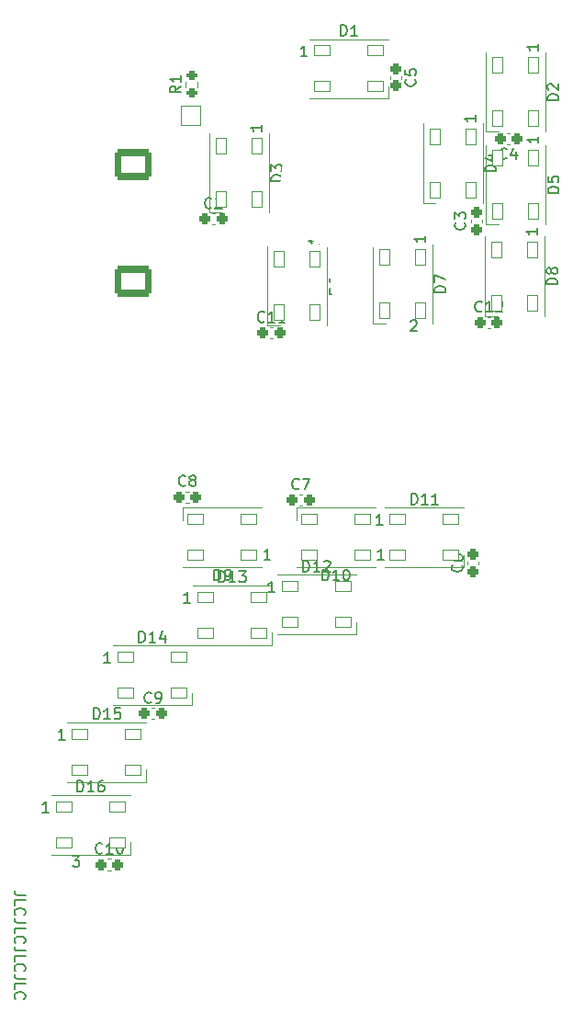
<source format=gbr>
%TF.GenerationSoftware,KiCad,Pcbnew,(6.0.9)*%
%TF.CreationDate,2023-04-01T15:16:26-08:00*%
%TF.ProjectId,OBOGS PANEL,4f424f47-5320-4504-914e-454c2e6b6963,3*%
%TF.SameCoordinates,Original*%
%TF.FileFunction,Legend,Top*%
%TF.FilePolarity,Positive*%
%FSLAX46Y46*%
G04 Gerber Fmt 4.6, Leading zero omitted, Abs format (unit mm)*
G04 Created by KiCad (PCBNEW (6.0.9)) date 2023-04-01 15:16:26*
%MOMM*%
%LPD*%
G01*
G04 APERTURE LIST*
G04 Aperture macros list*
%AMRoundRect*
0 Rectangle with rounded corners*
0 $1 Rounding radius*
0 $2 $3 $4 $5 $6 $7 $8 $9 X,Y pos of 4 corners*
0 Add a 4 corners polygon primitive as box body*
4,1,4,$2,$3,$4,$5,$6,$7,$8,$9,$2,$3,0*
0 Add four circle primitives for the rounded corners*
1,1,$1+$1,$2,$3*
1,1,$1+$1,$4,$5*
1,1,$1+$1,$6,$7*
1,1,$1+$1,$8,$9*
0 Add four rect primitives between the rounded corners*
20,1,$1+$1,$2,$3,$4,$5,0*
20,1,$1+$1,$4,$5,$6,$7,0*
20,1,$1+$1,$6,$7,$8,$9,0*
20,1,$1+$1,$8,$9,$2,$3,0*%
G04 Aperture macros list end*
%ADD10C,0.150000*%
%ADD11C,0.120000*%
%ADD12C,12.800000*%
%ADD13C,3.672000*%
%ADD14C,4.600000*%
%ADD15RoundRect,0.275000X-0.225000X-0.250000X0.225000X-0.250000X0.225000X0.250000X-0.225000X0.250000X0*%
%ADD16RoundRect,0.275000X0.250000X-0.225000X0.250000X0.225000X-0.250000X0.225000X-0.250000X-0.225000X0*%
%ADD17RoundRect,0.275000X0.225000X0.250000X-0.225000X0.250000X-0.225000X-0.250000X0.225000X-0.250000X0*%
%ADD18RoundRect,0.275000X-0.250000X0.225000X-0.250000X-0.225000X0.250000X-0.225000X0.250000X0.225000X0*%
%ADD19RoundRect,0.050000X-0.750000X-0.450000X0.750000X-0.450000X0.750000X0.450000X-0.750000X0.450000X0*%
%ADD20RoundRect,0.050000X-0.450000X0.750000X-0.450000X-0.750000X0.450000X-0.750000X0.450000X0.750000X0*%
%ADD21RoundRect,0.050000X0.750000X0.450000X-0.750000X0.450000X-0.750000X-0.450000X0.750000X-0.450000X0*%
%ADD22RoundRect,0.250000X0.275000X-0.200000X0.275000X0.200000X-0.275000X0.200000X-0.275000X-0.200000X0*%
%ADD23RoundRect,0.050000X-0.900000X-0.900000X0.900000X-0.900000X0.900000X0.900000X-0.900000X0.900000X0*%
%ADD24C,1.900000*%
%ADD25RoundRect,0.300001X1.399999X-1.099999X1.399999X1.099999X-1.399999X1.099999X-1.399999X-1.099999X0*%
%ADD26O,3.400000X2.800000*%
G04 APERTURE END LIST*
D10*
X160313619Y-120983952D02*
X159599333Y-120983952D01*
X159456476Y-120936333D01*
X159361238Y-120841095D01*
X159313619Y-120698238D01*
X159313619Y-120603000D01*
X159313619Y-121936333D02*
X159313619Y-121460142D01*
X160313619Y-121460142D01*
X159408857Y-122841095D02*
X159361238Y-122793476D01*
X159313619Y-122650619D01*
X159313619Y-122555380D01*
X159361238Y-122412523D01*
X159456476Y-122317285D01*
X159551714Y-122269666D01*
X159742190Y-122222047D01*
X159885047Y-122222047D01*
X160075523Y-122269666D01*
X160170761Y-122317285D01*
X160266000Y-122412523D01*
X160313619Y-122555380D01*
X160313619Y-122650619D01*
X160266000Y-122793476D01*
X160218380Y-122841095D01*
X160313619Y-123555380D02*
X159599333Y-123555380D01*
X159456476Y-123507761D01*
X159361238Y-123412523D01*
X159313619Y-123269666D01*
X159313619Y-123174428D01*
X159313619Y-124507761D02*
X159313619Y-124031571D01*
X160313619Y-124031571D01*
X159408857Y-125412523D02*
X159361238Y-125364904D01*
X159313619Y-125222047D01*
X159313619Y-125126809D01*
X159361238Y-124983952D01*
X159456476Y-124888714D01*
X159551714Y-124841095D01*
X159742190Y-124793476D01*
X159885047Y-124793476D01*
X160075523Y-124841095D01*
X160170761Y-124888714D01*
X160266000Y-124983952D01*
X160313619Y-125126809D01*
X160313619Y-125222047D01*
X160266000Y-125364904D01*
X160218380Y-125412523D01*
X160313619Y-126126809D02*
X159599333Y-126126809D01*
X159456476Y-126079190D01*
X159361238Y-125983952D01*
X159313619Y-125841095D01*
X159313619Y-125745857D01*
X159313619Y-127079190D02*
X159313619Y-126603000D01*
X160313619Y-126603000D01*
X159408857Y-127983952D02*
X159361238Y-127936333D01*
X159313619Y-127793476D01*
X159313619Y-127698238D01*
X159361238Y-127555380D01*
X159456476Y-127460142D01*
X159551714Y-127412523D01*
X159742190Y-127364904D01*
X159885047Y-127364904D01*
X160075523Y-127412523D01*
X160170761Y-127460142D01*
X160266000Y-127555380D01*
X160313619Y-127698238D01*
X160313619Y-127793476D01*
X160266000Y-127936333D01*
X160218380Y-127983952D01*
X160313619Y-128698238D02*
X159599333Y-128698238D01*
X159456476Y-128650619D01*
X159361238Y-128555380D01*
X159313619Y-128412523D01*
X159313619Y-128317285D01*
X159313619Y-129650619D02*
X159313619Y-129174428D01*
X160313619Y-129174428D01*
X159408857Y-130555380D02*
X159361238Y-130507761D01*
X159313619Y-130364904D01*
X159313619Y-130269666D01*
X159361238Y-130126809D01*
X159456476Y-130031571D01*
X159551714Y-129983952D01*
X159742190Y-129936333D01*
X159885047Y-129936333D01*
X160075523Y-129983952D01*
X160170761Y-130031571D01*
X160266000Y-130126809D01*
X160313619Y-130269666D01*
X160313619Y-130364904D01*
X160266000Y-130507761D01*
X160218380Y-130555380D01*
%TO.C,2*%
X195835442Y-68155686D02*
X195883061Y-68108067D01*
X195978299Y-68060447D01*
X196216395Y-68060447D01*
X196311633Y-68108067D01*
X196359252Y-68155686D01*
X196406871Y-68250924D01*
X196406871Y-68346162D01*
X196359252Y-68489019D01*
X195787823Y-69060447D01*
X196406871Y-69060447D01*
%TO.C,3*%
X164672823Y-117399947D02*
X165291871Y-117399947D01*
X164958537Y-117780900D01*
X165101395Y-117780900D01*
X165196633Y-117828519D01*
X165244252Y-117876138D01*
X165291871Y-117971376D01*
X165291871Y-118209471D01*
X165244252Y-118304709D01*
X165196633Y-118352328D01*
X165101395Y-118399947D01*
X164815680Y-118399947D01*
X164720442Y-118352328D01*
X164672823Y-118304709D01*
%TO.C,C2*%
X177493633Y-57674802D02*
X177446014Y-57722421D01*
X177303157Y-57770040D01*
X177207919Y-57770040D01*
X177065061Y-57722421D01*
X176969823Y-57627183D01*
X176922204Y-57531945D01*
X176874585Y-57341469D01*
X176874585Y-57198612D01*
X176922204Y-57008136D01*
X176969823Y-56912898D01*
X177065061Y-56817660D01*
X177207919Y-56770040D01*
X177303157Y-56770040D01*
X177446014Y-56817660D01*
X177493633Y-56865279D01*
X177874585Y-56865279D02*
X177922204Y-56817660D01*
X178017442Y-56770040D01*
X178255538Y-56770040D01*
X178350776Y-56817660D01*
X178398395Y-56865279D01*
X178446014Y-56960517D01*
X178446014Y-57055755D01*
X178398395Y-57198612D01*
X177826966Y-57770040D01*
X178446014Y-57770040D01*
%TO.C,C3*%
X200808882Y-59076586D02*
X200856501Y-59124205D01*
X200904120Y-59267062D01*
X200904120Y-59362300D01*
X200856501Y-59505158D01*
X200761263Y-59600396D01*
X200666025Y-59648015D01*
X200475549Y-59695634D01*
X200332692Y-59695634D01*
X200142216Y-59648015D01*
X200046978Y-59600396D01*
X199951740Y-59505158D01*
X199904120Y-59362300D01*
X199904120Y-59267062D01*
X199951740Y-59124205D01*
X199999359Y-59076586D01*
X199904120Y-58743253D02*
X199904120Y-58124205D01*
X200285073Y-58457539D01*
X200285073Y-58314681D01*
X200332692Y-58219443D01*
X200380311Y-58171824D01*
X200475549Y-58124205D01*
X200713644Y-58124205D01*
X200808882Y-58171824D01*
X200856501Y-58219443D01*
X200904120Y-58314681D01*
X200904120Y-58600396D01*
X200856501Y-58695634D01*
X200808882Y-58743253D01*
%TO.C,C4*%
X204694493Y-53102762D02*
X204646874Y-53150381D01*
X204504017Y-53198000D01*
X204408779Y-53198000D01*
X204265921Y-53150381D01*
X204170683Y-53055143D01*
X204123064Y-52959905D01*
X204075445Y-52769429D01*
X204075445Y-52626572D01*
X204123064Y-52436096D01*
X204170683Y-52340858D01*
X204265921Y-52245620D01*
X204408779Y-52198000D01*
X204504017Y-52198000D01*
X204646874Y-52245620D01*
X204694493Y-52293239D01*
X205551636Y-52531334D02*
X205551636Y-53198000D01*
X205313540Y-52150381D02*
X205075445Y-52864667D01*
X205694493Y-52864667D01*
%TO.C,C5*%
X196234302Y-45861566D02*
X196281921Y-45909185D01*
X196329540Y-46052042D01*
X196329540Y-46147280D01*
X196281921Y-46290138D01*
X196186683Y-46385376D01*
X196091445Y-46432995D01*
X195900969Y-46480614D01*
X195758112Y-46480614D01*
X195567636Y-46432995D01*
X195472398Y-46385376D01*
X195377160Y-46290138D01*
X195329540Y-46147280D01*
X195329540Y-46052042D01*
X195377160Y-45909185D01*
X195424779Y-45861566D01*
X195329540Y-44956804D02*
X195329540Y-45432995D01*
X195805731Y-45480614D01*
X195758112Y-45432995D01*
X195710493Y-45337757D01*
X195710493Y-45099661D01*
X195758112Y-45004423D01*
X195805731Y-44956804D01*
X195900969Y-44909185D01*
X196139064Y-44909185D01*
X196234302Y-44956804D01*
X196281921Y-45004423D01*
X196329540Y-45099661D01*
X196329540Y-45337757D01*
X196281921Y-45432995D01*
X196234302Y-45480614D01*
%TO.C,C6*%
X200529482Y-90593506D02*
X200577101Y-90641125D01*
X200624720Y-90783982D01*
X200624720Y-90879220D01*
X200577101Y-91022078D01*
X200481863Y-91117316D01*
X200386625Y-91164935D01*
X200196149Y-91212554D01*
X200053292Y-91212554D01*
X199862816Y-91164935D01*
X199767578Y-91117316D01*
X199672340Y-91022078D01*
X199624720Y-90879220D01*
X199624720Y-90783982D01*
X199672340Y-90641125D01*
X199719959Y-90593506D01*
X199624720Y-89736363D02*
X199624720Y-89926840D01*
X199672340Y-90022078D01*
X199719959Y-90069697D01*
X199862816Y-90164935D01*
X200053292Y-90212554D01*
X200434244Y-90212554D01*
X200529482Y-90164935D01*
X200577101Y-90117316D01*
X200624720Y-90022078D01*
X200624720Y-89831601D01*
X200577101Y-89736363D01*
X200529482Y-89688744D01*
X200434244Y-89641125D01*
X200196149Y-89641125D01*
X200100911Y-89688744D01*
X200053292Y-89736363D01*
X200005673Y-89831601D01*
X200005673Y-90022078D01*
X200053292Y-90117316D01*
X200100911Y-90164935D01*
X200196149Y-90212554D01*
%TO.C,C7*%
X185553053Y-83534542D02*
X185505434Y-83582161D01*
X185362577Y-83629780D01*
X185267339Y-83629780D01*
X185124481Y-83582161D01*
X185029243Y-83486923D01*
X184981624Y-83391685D01*
X184934005Y-83201209D01*
X184934005Y-83058352D01*
X184981624Y-82867876D01*
X185029243Y-82772638D01*
X185124481Y-82677400D01*
X185267339Y-82629780D01*
X185362577Y-82629780D01*
X185505434Y-82677400D01*
X185553053Y-82725019D01*
X185886386Y-82629780D02*
X186553053Y-82629780D01*
X186124481Y-83629780D01*
%TO.C,C8*%
X175072713Y-83250062D02*
X175025094Y-83297681D01*
X174882237Y-83345300D01*
X174786999Y-83345300D01*
X174644141Y-83297681D01*
X174548903Y-83202443D01*
X174501284Y-83107205D01*
X174453665Y-82916729D01*
X174453665Y-82773872D01*
X174501284Y-82583396D01*
X174548903Y-82488158D01*
X174644141Y-82392920D01*
X174786999Y-82345300D01*
X174882237Y-82345300D01*
X175025094Y-82392920D01*
X175072713Y-82440539D01*
X175644141Y-82773872D02*
X175548903Y-82726253D01*
X175501284Y-82678634D01*
X175453665Y-82583396D01*
X175453665Y-82535777D01*
X175501284Y-82440539D01*
X175548903Y-82392920D01*
X175644141Y-82345300D01*
X175834618Y-82345300D01*
X175929856Y-82392920D01*
X175977475Y-82440539D01*
X176025094Y-82535777D01*
X176025094Y-82583396D01*
X175977475Y-82678634D01*
X175929856Y-82726253D01*
X175834618Y-82773872D01*
X175644141Y-82773872D01*
X175548903Y-82821491D01*
X175501284Y-82869110D01*
X175453665Y-82964348D01*
X175453665Y-83154824D01*
X175501284Y-83250062D01*
X175548903Y-83297681D01*
X175644141Y-83345300D01*
X175834618Y-83345300D01*
X175929856Y-83297681D01*
X175977475Y-83250062D01*
X176025094Y-83154824D01*
X176025094Y-82964348D01*
X175977475Y-82869110D01*
X175929856Y-82821491D01*
X175834618Y-82773872D01*
%TO.C,C9*%
X171923113Y-103219542D02*
X171875494Y-103267161D01*
X171732637Y-103314780D01*
X171637399Y-103314780D01*
X171494541Y-103267161D01*
X171399303Y-103171923D01*
X171351684Y-103076685D01*
X171304065Y-102886209D01*
X171304065Y-102743352D01*
X171351684Y-102552876D01*
X171399303Y-102457638D01*
X171494541Y-102362400D01*
X171637399Y-102314780D01*
X171732637Y-102314780D01*
X171875494Y-102362400D01*
X171923113Y-102410019D01*
X172399303Y-103314780D02*
X172589780Y-103314780D01*
X172685018Y-103267161D01*
X172732637Y-103219542D01*
X172827875Y-103076685D01*
X172875494Y-102886209D01*
X172875494Y-102505257D01*
X172827875Y-102410019D01*
X172780256Y-102362400D01*
X172685018Y-102314780D01*
X172494541Y-102314780D01*
X172399303Y-102362400D01*
X172351684Y-102410019D01*
X172304065Y-102505257D01*
X172304065Y-102743352D01*
X172351684Y-102838590D01*
X172399303Y-102886209D01*
X172494541Y-102933828D01*
X172685018Y-102933828D01*
X172780256Y-102886209D01*
X172827875Y-102838590D01*
X172875494Y-102743352D01*
%TO.C,C10*%
X167400702Y-117115882D02*
X167353083Y-117163501D01*
X167210226Y-117211120D01*
X167114988Y-117211120D01*
X166972131Y-117163501D01*
X166876893Y-117068263D01*
X166829274Y-116973025D01*
X166781655Y-116782549D01*
X166781655Y-116639692D01*
X166829274Y-116449216D01*
X166876893Y-116353978D01*
X166972131Y-116258740D01*
X167114988Y-116211120D01*
X167210226Y-116211120D01*
X167353083Y-116258740D01*
X167400702Y-116306359D01*
X168353083Y-117211120D02*
X167781655Y-117211120D01*
X168067369Y-117211120D02*
X168067369Y-116211120D01*
X167972131Y-116353978D01*
X167876893Y-116449216D01*
X167781655Y-116496835D01*
X168972131Y-116211120D02*
X169067369Y-116211120D01*
X169162607Y-116258740D01*
X169210226Y-116306359D01*
X169257845Y-116401597D01*
X169305464Y-116592073D01*
X169305464Y-116830168D01*
X169257845Y-117020644D01*
X169210226Y-117115882D01*
X169162607Y-117163501D01*
X169067369Y-117211120D01*
X168972131Y-117211120D01*
X168876893Y-117163501D01*
X168829274Y-117115882D01*
X168781655Y-117020644D01*
X168734036Y-116830168D01*
X168734036Y-116592073D01*
X168781655Y-116401597D01*
X168829274Y-116306359D01*
X168876893Y-116258740D01*
X168972131Y-116211120D01*
%TO.C,D1*%
X189405904Y-41859580D02*
X189405904Y-40859580D01*
X189644000Y-40859580D01*
X189786857Y-40907200D01*
X189882095Y-41002438D01*
X189929714Y-41097676D01*
X189977333Y-41288152D01*
X189977333Y-41431009D01*
X189929714Y-41621485D01*
X189882095Y-41716723D01*
X189786857Y-41811961D01*
X189644000Y-41859580D01*
X189405904Y-41859580D01*
X190929714Y-41859580D02*
X190358285Y-41859580D01*
X190644000Y-41859580D02*
X190644000Y-40859580D01*
X190548761Y-41002438D01*
X190453523Y-41097676D01*
X190358285Y-41145295D01*
X186279714Y-43759580D02*
X185708285Y-43759580D01*
X185994000Y-43759580D02*
X185994000Y-42759580D01*
X185898761Y-42902438D01*
X185803523Y-42997676D01*
X185708285Y-43045295D01*
%TO.C,D2*%
X209464380Y-47790495D02*
X208464380Y-47790495D01*
X208464380Y-47552400D01*
X208512000Y-47409542D01*
X208607238Y-47314304D01*
X208702476Y-47266685D01*
X208892952Y-47219066D01*
X209035809Y-47219066D01*
X209226285Y-47266685D01*
X209321523Y-47314304D01*
X209416761Y-47409542D01*
X209464380Y-47552400D01*
X209464380Y-47790495D01*
X208559619Y-46838114D02*
X208512000Y-46790495D01*
X208464380Y-46695257D01*
X208464380Y-46457161D01*
X208512000Y-46361923D01*
X208559619Y-46314304D01*
X208654857Y-46266685D01*
X208750095Y-46266685D01*
X208892952Y-46314304D01*
X209464380Y-46885733D01*
X209464380Y-46266685D01*
X207564380Y-42616685D02*
X207564380Y-43188114D01*
X207564380Y-42902400D02*
X206564380Y-42902400D01*
X206707238Y-42997638D01*
X206802476Y-43092876D01*
X206850095Y-43188114D01*
%TO.C,D3*%
X183987380Y-55246495D02*
X182987380Y-55246495D01*
X182987380Y-55008400D01*
X183035000Y-54865542D01*
X183130238Y-54770304D01*
X183225476Y-54722685D01*
X183415952Y-54675066D01*
X183558809Y-54675066D01*
X183749285Y-54722685D01*
X183844523Y-54770304D01*
X183939761Y-54865542D01*
X183987380Y-55008400D01*
X183987380Y-55246495D01*
X182987380Y-54341733D02*
X182987380Y-53722685D01*
X183368333Y-54056019D01*
X183368333Y-53913161D01*
X183415952Y-53817923D01*
X183463571Y-53770304D01*
X183558809Y-53722685D01*
X183796904Y-53722685D01*
X183892142Y-53770304D01*
X183939761Y-53817923D01*
X183987380Y-53913161D01*
X183987380Y-54198876D01*
X183939761Y-54294114D01*
X183892142Y-54341733D01*
X182087380Y-50072685D02*
X182087380Y-50644114D01*
X182087380Y-50358400D02*
X181087380Y-50358400D01*
X181230238Y-50453638D01*
X181325476Y-50548876D01*
X181373095Y-50644114D01*
%TO.C,D4*%
X203698380Y-54332095D02*
X202698380Y-54332095D01*
X202698380Y-54094000D01*
X202746000Y-53951142D01*
X202841238Y-53855904D01*
X202936476Y-53808285D01*
X203126952Y-53760666D01*
X203269809Y-53760666D01*
X203460285Y-53808285D01*
X203555523Y-53855904D01*
X203650761Y-53951142D01*
X203698380Y-54094000D01*
X203698380Y-54332095D01*
X203031714Y-52903523D02*
X203698380Y-52903523D01*
X202650761Y-53141619D02*
X203365047Y-53379714D01*
X203365047Y-52760666D01*
X201798380Y-49158285D02*
X201798380Y-49729714D01*
X201798380Y-49444000D02*
X200798380Y-49444000D01*
X200941238Y-49539238D01*
X201036476Y-49634476D01*
X201084095Y-49729714D01*
%TO.C,D5*%
X209489380Y-56313295D02*
X208489380Y-56313295D01*
X208489380Y-56075200D01*
X208537000Y-55932342D01*
X208632238Y-55837104D01*
X208727476Y-55789485D01*
X208917952Y-55741866D01*
X209060809Y-55741866D01*
X209251285Y-55789485D01*
X209346523Y-55837104D01*
X209441761Y-55932342D01*
X209489380Y-56075200D01*
X209489380Y-56313295D01*
X208489380Y-54837104D02*
X208489380Y-55313295D01*
X208965571Y-55360914D01*
X208917952Y-55313295D01*
X208870333Y-55218057D01*
X208870333Y-54979961D01*
X208917952Y-54884723D01*
X208965571Y-54837104D01*
X209060809Y-54789485D01*
X209298904Y-54789485D01*
X209394142Y-54837104D01*
X209441761Y-54884723D01*
X209489380Y-54979961D01*
X209489380Y-55218057D01*
X209441761Y-55313295D01*
X209394142Y-55360914D01*
X207589380Y-51139485D02*
X207589380Y-51710914D01*
X207589380Y-51425200D02*
X206589380Y-51425200D01*
X206732238Y-51520438D01*
X206827476Y-51615676D01*
X206875095Y-51710914D01*
%TO.C,D6*%
X189347380Y-65621295D02*
X188347380Y-65621295D01*
X188347380Y-65383200D01*
X188395000Y-65240342D01*
X188490238Y-65145104D01*
X188585476Y-65097485D01*
X188775952Y-65049866D01*
X188918809Y-65049866D01*
X189109285Y-65097485D01*
X189204523Y-65145104D01*
X189299761Y-65240342D01*
X189347380Y-65383200D01*
X189347380Y-65621295D01*
X188347380Y-64192723D02*
X188347380Y-64383200D01*
X188395000Y-64478438D01*
X188442619Y-64526057D01*
X188585476Y-64621295D01*
X188775952Y-64668914D01*
X189156904Y-64668914D01*
X189252142Y-64621295D01*
X189299761Y-64573676D01*
X189347380Y-64478438D01*
X189347380Y-64287961D01*
X189299761Y-64192723D01*
X189252142Y-64145104D01*
X189156904Y-64097485D01*
X188918809Y-64097485D01*
X188823571Y-64145104D01*
X188775952Y-64192723D01*
X188728333Y-64287961D01*
X188728333Y-64478438D01*
X188775952Y-64573676D01*
X188823571Y-64621295D01*
X188918809Y-64668914D01*
X187447380Y-60447485D02*
X187447380Y-61018914D01*
X187447380Y-60733200D02*
X186447380Y-60733200D01*
X186590238Y-60828438D01*
X186685476Y-60923676D01*
X186733095Y-61018914D01*
%TO.C,D7*%
X199050380Y-65468895D02*
X198050380Y-65468895D01*
X198050380Y-65230800D01*
X198098000Y-65087942D01*
X198193238Y-64992704D01*
X198288476Y-64945085D01*
X198478952Y-64897466D01*
X198621809Y-64897466D01*
X198812285Y-64945085D01*
X198907523Y-64992704D01*
X199002761Y-65087942D01*
X199050380Y-65230800D01*
X199050380Y-65468895D01*
X198050380Y-64564133D02*
X198050380Y-63897466D01*
X199050380Y-64326038D01*
X197150380Y-60295085D02*
X197150380Y-60866514D01*
X197150380Y-60580800D02*
X196150380Y-60580800D01*
X196293238Y-60676038D01*
X196388476Y-60771276D01*
X196436095Y-60866514D01*
%TO.C,D8*%
X209387380Y-64746095D02*
X208387380Y-64746095D01*
X208387380Y-64508000D01*
X208435000Y-64365142D01*
X208530238Y-64269904D01*
X208625476Y-64222285D01*
X208815952Y-64174666D01*
X208958809Y-64174666D01*
X209149285Y-64222285D01*
X209244523Y-64269904D01*
X209339761Y-64365142D01*
X209387380Y-64508000D01*
X209387380Y-64746095D01*
X208815952Y-63603238D02*
X208768333Y-63698476D01*
X208720714Y-63746095D01*
X208625476Y-63793714D01*
X208577857Y-63793714D01*
X208482619Y-63746095D01*
X208435000Y-63698476D01*
X208387380Y-63603238D01*
X208387380Y-63412761D01*
X208435000Y-63317523D01*
X208482619Y-63269904D01*
X208577857Y-63222285D01*
X208625476Y-63222285D01*
X208720714Y-63269904D01*
X208768333Y-63317523D01*
X208815952Y-63412761D01*
X208815952Y-63603238D01*
X208863571Y-63698476D01*
X208911190Y-63746095D01*
X209006428Y-63793714D01*
X209196904Y-63793714D01*
X209292142Y-63746095D01*
X209339761Y-63698476D01*
X209387380Y-63603238D01*
X209387380Y-63412761D01*
X209339761Y-63317523D01*
X209292142Y-63269904D01*
X209196904Y-63222285D01*
X209006428Y-63222285D01*
X208911190Y-63269904D01*
X208863571Y-63317523D01*
X208815952Y-63412761D01*
X207487380Y-59572285D02*
X207487380Y-60143714D01*
X207487380Y-59858000D02*
X206487380Y-59858000D01*
X206630238Y-59953238D01*
X206725476Y-60048476D01*
X206773095Y-60143714D01*
%TO.C,D9*%
X177733904Y-92013980D02*
X177733904Y-91013980D01*
X177972000Y-91013980D01*
X178114857Y-91061600D01*
X178210095Y-91156838D01*
X178257714Y-91252076D01*
X178305333Y-91442552D01*
X178305333Y-91585409D01*
X178257714Y-91775885D01*
X178210095Y-91871123D01*
X178114857Y-91966361D01*
X177972000Y-92013980D01*
X177733904Y-92013980D01*
X178781523Y-92013980D02*
X178972000Y-92013980D01*
X179067238Y-91966361D01*
X179114857Y-91918742D01*
X179210095Y-91775885D01*
X179257714Y-91585409D01*
X179257714Y-91204457D01*
X179210095Y-91109219D01*
X179162476Y-91061600D01*
X179067238Y-91013980D01*
X178876761Y-91013980D01*
X178781523Y-91061600D01*
X178733904Y-91109219D01*
X178686285Y-91204457D01*
X178686285Y-91442552D01*
X178733904Y-91537790D01*
X178781523Y-91585409D01*
X178876761Y-91633028D01*
X179067238Y-91633028D01*
X179162476Y-91585409D01*
X179210095Y-91537790D01*
X179257714Y-91442552D01*
X182907714Y-90113980D02*
X182336285Y-90113980D01*
X182622000Y-90113980D02*
X182622000Y-89113980D01*
X182526761Y-89256838D01*
X182431523Y-89352076D01*
X182336285Y-89399695D01*
%TO.C,D10*%
X187722714Y-92013980D02*
X187722714Y-91013980D01*
X187960809Y-91013980D01*
X188103666Y-91061600D01*
X188198904Y-91156838D01*
X188246523Y-91252076D01*
X188294142Y-91442552D01*
X188294142Y-91585409D01*
X188246523Y-91775885D01*
X188198904Y-91871123D01*
X188103666Y-91966361D01*
X187960809Y-92013980D01*
X187722714Y-92013980D01*
X189246523Y-92013980D02*
X188675095Y-92013980D01*
X188960809Y-92013980D02*
X188960809Y-91013980D01*
X188865571Y-91156838D01*
X188770333Y-91252076D01*
X188675095Y-91299695D01*
X189865571Y-91013980D02*
X189960809Y-91013980D01*
X190056047Y-91061600D01*
X190103666Y-91109219D01*
X190151285Y-91204457D01*
X190198904Y-91394933D01*
X190198904Y-91633028D01*
X190151285Y-91823504D01*
X190103666Y-91918742D01*
X190056047Y-91966361D01*
X189960809Y-92013980D01*
X189865571Y-92013980D01*
X189770333Y-91966361D01*
X189722714Y-91918742D01*
X189675095Y-91823504D01*
X189627476Y-91633028D01*
X189627476Y-91394933D01*
X189675095Y-91204457D01*
X189722714Y-91109219D01*
X189770333Y-91061600D01*
X189865571Y-91013980D01*
X193372714Y-90113980D02*
X192801285Y-90113980D01*
X193087000Y-90113980D02*
X193087000Y-89113980D01*
X192991761Y-89256838D01*
X192896523Y-89352076D01*
X192801285Y-89399695D01*
%TO.C,D11*%
X195901714Y-85013980D02*
X195901714Y-84013980D01*
X196139809Y-84013980D01*
X196282666Y-84061600D01*
X196377904Y-84156838D01*
X196425523Y-84252076D01*
X196473142Y-84442552D01*
X196473142Y-84585409D01*
X196425523Y-84775885D01*
X196377904Y-84871123D01*
X196282666Y-84966361D01*
X196139809Y-85013980D01*
X195901714Y-85013980D01*
X197425523Y-85013980D02*
X196854095Y-85013980D01*
X197139809Y-85013980D02*
X197139809Y-84013980D01*
X197044571Y-84156838D01*
X196949333Y-84252076D01*
X196854095Y-84299695D01*
X198377904Y-85013980D02*
X197806476Y-85013980D01*
X198092190Y-85013980D02*
X198092190Y-84013980D01*
X197996952Y-84156838D01*
X197901714Y-84252076D01*
X197806476Y-84299695D01*
X193251714Y-86913980D02*
X192680285Y-86913980D01*
X192966000Y-86913980D02*
X192966000Y-85913980D01*
X192870761Y-86056838D01*
X192775523Y-86152076D01*
X192680285Y-86199695D01*
%TO.C,D13*%
X178171714Y-92176780D02*
X178171714Y-91176780D01*
X178409809Y-91176780D01*
X178552666Y-91224400D01*
X178647904Y-91319638D01*
X178695523Y-91414876D01*
X178743142Y-91605352D01*
X178743142Y-91748209D01*
X178695523Y-91938685D01*
X178647904Y-92033923D01*
X178552666Y-92129161D01*
X178409809Y-92176780D01*
X178171714Y-92176780D01*
X179695523Y-92176780D02*
X179124095Y-92176780D01*
X179409809Y-92176780D02*
X179409809Y-91176780D01*
X179314571Y-91319638D01*
X179219333Y-91414876D01*
X179124095Y-91462495D01*
X180028857Y-91176780D02*
X180647904Y-91176780D01*
X180314571Y-91557733D01*
X180457428Y-91557733D01*
X180552666Y-91605352D01*
X180600285Y-91652971D01*
X180647904Y-91748209D01*
X180647904Y-91986304D01*
X180600285Y-92081542D01*
X180552666Y-92129161D01*
X180457428Y-92176780D01*
X180171714Y-92176780D01*
X180076476Y-92129161D01*
X180028857Y-92081542D01*
X175521714Y-94076780D02*
X174950285Y-94076780D01*
X175236000Y-94076780D02*
X175236000Y-93076780D01*
X175140761Y-93219638D01*
X175045523Y-93314876D01*
X174950285Y-93362495D01*
%TO.C,D14*%
X170805714Y-97714380D02*
X170805714Y-96714380D01*
X171043809Y-96714380D01*
X171186666Y-96762000D01*
X171281904Y-96857238D01*
X171329523Y-96952476D01*
X171377142Y-97142952D01*
X171377142Y-97285809D01*
X171329523Y-97476285D01*
X171281904Y-97571523D01*
X171186666Y-97666761D01*
X171043809Y-97714380D01*
X170805714Y-97714380D01*
X172329523Y-97714380D02*
X171758095Y-97714380D01*
X172043809Y-97714380D02*
X172043809Y-96714380D01*
X171948571Y-96857238D01*
X171853333Y-96952476D01*
X171758095Y-97000095D01*
X173186666Y-97047714D02*
X173186666Y-97714380D01*
X172948571Y-96666761D02*
X172710476Y-97381047D01*
X173329523Y-97381047D01*
X168155714Y-99614380D02*
X167584285Y-99614380D01*
X167870000Y-99614380D02*
X167870000Y-98614380D01*
X167774761Y-98757238D01*
X167679523Y-98852476D01*
X167584285Y-98900095D01*
%TO.C,D15*%
X166617714Y-104775380D02*
X166617714Y-103775380D01*
X166855809Y-103775380D01*
X166998666Y-103823000D01*
X167093904Y-103918238D01*
X167141523Y-104013476D01*
X167189142Y-104203952D01*
X167189142Y-104346809D01*
X167141523Y-104537285D01*
X167093904Y-104632523D01*
X166998666Y-104727761D01*
X166855809Y-104775380D01*
X166617714Y-104775380D01*
X168141523Y-104775380D02*
X167570095Y-104775380D01*
X167855809Y-104775380D02*
X167855809Y-103775380D01*
X167760571Y-103918238D01*
X167665333Y-104013476D01*
X167570095Y-104061095D01*
X169046285Y-103775380D02*
X168570095Y-103775380D01*
X168522476Y-104251571D01*
X168570095Y-104203952D01*
X168665333Y-104156333D01*
X168903428Y-104156333D01*
X168998666Y-104203952D01*
X169046285Y-104251571D01*
X169093904Y-104346809D01*
X169093904Y-104584904D01*
X169046285Y-104680142D01*
X168998666Y-104727761D01*
X168903428Y-104775380D01*
X168665333Y-104775380D01*
X168570095Y-104727761D01*
X168522476Y-104680142D01*
X163967714Y-106675380D02*
X163396285Y-106675380D01*
X163682000Y-106675380D02*
X163682000Y-105675380D01*
X163586761Y-105818238D01*
X163491523Y-105913476D01*
X163396285Y-105961095D01*
%TO.C,D16*%
X165116714Y-111480380D02*
X165116714Y-110480380D01*
X165354809Y-110480380D01*
X165497666Y-110528000D01*
X165592904Y-110623238D01*
X165640523Y-110718476D01*
X165688142Y-110908952D01*
X165688142Y-111051809D01*
X165640523Y-111242285D01*
X165592904Y-111337523D01*
X165497666Y-111432761D01*
X165354809Y-111480380D01*
X165116714Y-111480380D01*
X166640523Y-111480380D02*
X166069095Y-111480380D01*
X166354809Y-111480380D02*
X166354809Y-110480380D01*
X166259571Y-110623238D01*
X166164333Y-110718476D01*
X166069095Y-110766095D01*
X167497666Y-110480380D02*
X167307190Y-110480380D01*
X167211952Y-110528000D01*
X167164333Y-110575619D01*
X167069095Y-110718476D01*
X167021476Y-110908952D01*
X167021476Y-111289904D01*
X167069095Y-111385142D01*
X167116714Y-111432761D01*
X167211952Y-111480380D01*
X167402428Y-111480380D01*
X167497666Y-111432761D01*
X167545285Y-111385142D01*
X167592904Y-111289904D01*
X167592904Y-111051809D01*
X167545285Y-110956571D01*
X167497666Y-110908952D01*
X167402428Y-110861333D01*
X167211952Y-110861333D01*
X167116714Y-110908952D01*
X167069095Y-110956571D01*
X167021476Y-111051809D01*
X162466714Y-113380380D02*
X161895285Y-113380380D01*
X162181000Y-113380380D02*
X162181000Y-112380380D01*
X162085761Y-112523238D01*
X161990523Y-112618476D01*
X161895285Y-112666095D01*
%TO.C,D12*%
X185944714Y-91211580D02*
X185944714Y-90211580D01*
X186182809Y-90211580D01*
X186325666Y-90259200D01*
X186420904Y-90354438D01*
X186468523Y-90449676D01*
X186516142Y-90640152D01*
X186516142Y-90783009D01*
X186468523Y-90973485D01*
X186420904Y-91068723D01*
X186325666Y-91163961D01*
X186182809Y-91211580D01*
X185944714Y-91211580D01*
X187468523Y-91211580D02*
X186897095Y-91211580D01*
X187182809Y-91211580D02*
X187182809Y-90211580D01*
X187087571Y-90354438D01*
X186992333Y-90449676D01*
X186897095Y-90497295D01*
X187849476Y-90306819D02*
X187897095Y-90259200D01*
X187992333Y-90211580D01*
X188230428Y-90211580D01*
X188325666Y-90259200D01*
X188373285Y-90306819D01*
X188420904Y-90402057D01*
X188420904Y-90497295D01*
X188373285Y-90640152D01*
X187801857Y-91211580D01*
X188420904Y-91211580D01*
X183294714Y-93111580D02*
X182723285Y-93111580D01*
X183009000Y-93111580D02*
X183009000Y-92111580D01*
X182913761Y-92254438D01*
X182818523Y-92349676D01*
X182723285Y-92397295D01*
%TO.C,C11*%
X182348802Y-68147222D02*
X182301183Y-68194841D01*
X182158326Y-68242460D01*
X182063088Y-68242460D01*
X181920231Y-68194841D01*
X181824993Y-68099603D01*
X181777374Y-68004365D01*
X181729755Y-67813889D01*
X181729755Y-67671032D01*
X181777374Y-67480556D01*
X181824993Y-67385318D01*
X181920231Y-67290080D01*
X182063088Y-67242460D01*
X182158326Y-67242460D01*
X182301183Y-67290080D01*
X182348802Y-67337699D01*
X183301183Y-68242460D02*
X182729755Y-68242460D01*
X183015469Y-68242460D02*
X183015469Y-67242460D01*
X182920231Y-67385318D01*
X182824993Y-67480556D01*
X182729755Y-67528175D01*
X184253564Y-68242460D02*
X183682136Y-68242460D01*
X183967850Y-68242460D02*
X183967850Y-67242460D01*
X183872612Y-67385318D01*
X183777374Y-67480556D01*
X183682136Y-67528175D01*
%TO.C,C12*%
X202404842Y-67194722D02*
X202357223Y-67242341D01*
X202214366Y-67289960D01*
X202119128Y-67289960D01*
X201976271Y-67242341D01*
X201881033Y-67147103D01*
X201833414Y-67051865D01*
X201785795Y-66861389D01*
X201785795Y-66718532D01*
X201833414Y-66528056D01*
X201881033Y-66432818D01*
X201976271Y-66337580D01*
X202119128Y-66289960D01*
X202214366Y-66289960D01*
X202357223Y-66337580D01*
X202404842Y-66385199D01*
X203357223Y-67289960D02*
X202785795Y-67289960D01*
X203071509Y-67289960D02*
X203071509Y-66289960D01*
X202976271Y-66432818D01*
X202881033Y-66528056D01*
X202785795Y-66575675D01*
X203738176Y-66385199D02*
X203785795Y-66337580D01*
X203881033Y-66289960D01*
X204119128Y-66289960D01*
X204214366Y-66337580D01*
X204261985Y-66385199D01*
X204309604Y-66480437D01*
X204309604Y-66575675D01*
X204261985Y-66718532D01*
X203690557Y-67289960D01*
X204309604Y-67289960D01*
%TO.C,R1*%
X174658300Y-46493226D02*
X174182110Y-46826560D01*
X174658300Y-47064655D02*
X173658300Y-47064655D01*
X173658300Y-46683702D01*
X173705920Y-46588464D01*
X173753539Y-46540845D01*
X173848777Y-46493226D01*
X173991634Y-46493226D01*
X174086872Y-46540845D01*
X174134491Y-46588464D01*
X174182110Y-46683702D01*
X174182110Y-47064655D01*
X174658300Y-45540845D02*
X174658300Y-46112274D01*
X174658300Y-45826560D02*
X173658300Y-45826560D01*
X173801158Y-45921798D01*
X173896396Y-46017036D01*
X173944015Y-46112274D01*
D11*
%TO.C,C2*%
X177519720Y-59257660D02*
X177800880Y-59257660D01*
X177519720Y-58237660D02*
X177800880Y-58237660D01*
%TO.C,C3*%
X202391740Y-59050500D02*
X202391740Y-58769340D01*
X201371740Y-59050500D02*
X201371740Y-58769340D01*
%TO.C,C4*%
X205001740Y-50805620D02*
X204720580Y-50805620D01*
X205001740Y-51825620D02*
X204720580Y-51825620D01*
%TO.C,C5*%
X193937160Y-45554320D02*
X193937160Y-45835480D01*
X194957160Y-45554320D02*
X194957160Y-45835480D01*
%TO.C,C6*%
X202112340Y-90567420D02*
X202112340Y-90286260D01*
X201092340Y-90567420D02*
X201092340Y-90286260D01*
%TO.C,C7*%
X185579140Y-85117400D02*
X185860300Y-85117400D01*
X185579140Y-84097400D02*
X185860300Y-84097400D01*
%TO.C,C8*%
X175098800Y-84832920D02*
X175379960Y-84832920D01*
X175098800Y-83812920D02*
X175379960Y-83812920D01*
%TO.C,C9*%
X171949200Y-104802400D02*
X172230360Y-104802400D01*
X171949200Y-103782400D02*
X172230360Y-103782400D01*
%TO.C,C10*%
X167902980Y-118698740D02*
X168184140Y-118698740D01*
X167902980Y-117678740D02*
X168184140Y-117678740D01*
%TO.C,D1*%
X186494000Y-42157200D02*
X193794000Y-42157200D01*
X186494000Y-47657200D02*
X193794000Y-47657200D01*
X193794000Y-47657200D02*
X193794000Y-46507200D01*
%TO.C,D2*%
X208262000Y-43402400D02*
X208262000Y-50702400D01*
X202762000Y-43402400D02*
X202762000Y-50702400D01*
X202762000Y-50702400D02*
X203912000Y-50702400D01*
%TO.C,D3*%
X182785000Y-50858400D02*
X182785000Y-58158400D01*
X177285000Y-50858400D02*
X177285000Y-58158400D01*
X177285000Y-58158400D02*
X178435000Y-58158400D01*
%TO.C,D4*%
X202496000Y-49944000D02*
X202496000Y-57244000D01*
X196996000Y-49944000D02*
X196996000Y-57244000D01*
X196996000Y-57244000D02*
X198146000Y-57244000D01*
%TO.C,D5*%
X208287000Y-51925200D02*
X208287000Y-59225200D01*
X202787000Y-51925200D02*
X202787000Y-59225200D01*
X202787000Y-59225200D02*
X203937000Y-59225200D01*
%TO.C,D6*%
X188145000Y-61233200D02*
X188145000Y-68533200D01*
X182645000Y-61233200D02*
X182645000Y-68533200D01*
X182645000Y-68533200D02*
X183795000Y-68533200D01*
%TO.C,D7*%
X197848000Y-61080800D02*
X197848000Y-68380800D01*
X192348000Y-61080800D02*
X192348000Y-68380800D01*
X192348000Y-68380800D02*
X193498000Y-68380800D01*
%TO.C,D8*%
X208185000Y-60358000D02*
X208185000Y-67658000D01*
X202685000Y-60358000D02*
X202685000Y-67658000D01*
X202685000Y-67658000D02*
X203835000Y-67658000D01*
%TO.C,D9*%
X182122000Y-90811600D02*
X174822000Y-90811600D01*
X182122000Y-85311600D02*
X174822000Y-85311600D01*
X174822000Y-85311600D02*
X174822000Y-86461600D01*
%TO.C,D10*%
X192587000Y-90811600D02*
X185287000Y-90811600D01*
X192587000Y-85311600D02*
X185287000Y-85311600D01*
X185287000Y-85311600D02*
X185287000Y-86461600D01*
%TO.C,D11*%
X193466000Y-85311600D02*
X200766000Y-85311600D01*
X193466000Y-90811600D02*
X200766000Y-90811600D01*
X200766000Y-90811600D02*
X200766000Y-89661600D01*
%TO.C,D13*%
X175736000Y-92474400D02*
X183036000Y-92474400D01*
X175736000Y-97974400D02*
X183036000Y-97974400D01*
X183036000Y-97974400D02*
X183036000Y-96824400D01*
%TO.C,D14*%
X168370000Y-98012000D02*
X175670000Y-98012000D01*
X168370000Y-103512000D02*
X175670000Y-103512000D01*
X175670000Y-103512000D02*
X175670000Y-102362000D01*
%TO.C,D15*%
X164182000Y-105073000D02*
X171482000Y-105073000D01*
X164182000Y-110573000D02*
X171482000Y-110573000D01*
X171482000Y-110573000D02*
X171482000Y-109423000D01*
%TO.C,D16*%
X162681000Y-111778000D02*
X169981000Y-111778000D01*
X162681000Y-117278000D02*
X169981000Y-117278000D01*
X169981000Y-117278000D02*
X169981000Y-116128000D01*
%TO.C,D12*%
X183509000Y-91509200D02*
X190809000Y-91509200D01*
X183509000Y-97009200D02*
X190809000Y-97009200D01*
X190809000Y-97009200D02*
X190809000Y-95859200D01*
%TO.C,C11*%
X182851080Y-69730080D02*
X183132240Y-69730080D01*
X182851080Y-68710080D02*
X183132240Y-68710080D01*
%TO.C,C12*%
X202907120Y-68777580D02*
X203188280Y-68777580D01*
X202907120Y-67757580D02*
X203188280Y-67757580D01*
%TO.C,R1*%
X176158420Y-46563818D02*
X176158420Y-46089302D01*
X175113420Y-46563818D02*
X175113420Y-46089302D01*
%TD*%
%LPC*%
D12*
%TO.C,1*%
X190279157Y-55312067D03*
D13*
X190279157Y-64837067D03*
D12*
X190279157Y-55312067D03*
%TD*%
D14*
%TO.C,2*%
X196121157Y-74108067D03*
%TD*%
%TO.C,3*%
X165006157Y-123447567D03*
%TD*%
D15*
%TO.C,C2*%
X176885300Y-58747660D03*
X178435300Y-58747660D03*
%TD*%
D16*
%TO.C,C3*%
X201881740Y-59684920D03*
X201881740Y-58134920D03*
%TD*%
D17*
%TO.C,C4*%
X205636160Y-51315620D03*
X204086160Y-51315620D03*
%TD*%
D18*
%TO.C,C5*%
X194447160Y-44919900D03*
X194447160Y-46469900D03*
%TD*%
D16*
%TO.C,C6*%
X201602340Y-91201840D03*
X201602340Y-89651840D03*
%TD*%
D15*
%TO.C,C7*%
X184944720Y-84607400D03*
X186494720Y-84607400D03*
%TD*%
%TO.C,C8*%
X174464380Y-84322920D03*
X176014380Y-84322920D03*
%TD*%
%TO.C,C9*%
X171314780Y-104292400D03*
X172864780Y-104292400D03*
%TD*%
%TO.C,C10*%
X167268560Y-118188740D03*
X168818560Y-118188740D03*
%TD*%
D19*
%TO.C,D1*%
X187694000Y-43257200D03*
X187694000Y-46557200D03*
X192594000Y-46557200D03*
X192594000Y-43257200D03*
%TD*%
D20*
%TO.C,D2*%
X207162000Y-44602400D03*
X203862000Y-44602400D03*
X203862000Y-49502400D03*
X207162000Y-49502400D03*
%TD*%
%TO.C,D3*%
X181685000Y-52058400D03*
X178385000Y-52058400D03*
X178385000Y-56958400D03*
X181685000Y-56958400D03*
%TD*%
%TO.C,D4*%
X201396000Y-51144000D03*
X198096000Y-51144000D03*
X198096000Y-56044000D03*
X201396000Y-56044000D03*
%TD*%
%TO.C,D5*%
X207187000Y-53125200D03*
X203887000Y-53125200D03*
X203887000Y-58025200D03*
X207187000Y-58025200D03*
%TD*%
%TO.C,D6*%
X187045000Y-62433200D03*
X183745000Y-62433200D03*
X183745000Y-67333200D03*
X187045000Y-67333200D03*
%TD*%
%TO.C,D7*%
X196748000Y-62280800D03*
X193448000Y-62280800D03*
X193448000Y-67180800D03*
X196748000Y-67180800D03*
%TD*%
%TO.C,D8*%
X207085000Y-61558000D03*
X203785000Y-61558000D03*
X203785000Y-66458000D03*
X207085000Y-66458000D03*
%TD*%
D21*
%TO.C,D9*%
X180922000Y-89711600D03*
X180922000Y-86411600D03*
X176022000Y-86411600D03*
X176022000Y-89711600D03*
%TD*%
%TO.C,D10*%
X191387000Y-89711600D03*
X191387000Y-86411600D03*
X186487000Y-86411600D03*
X186487000Y-89711600D03*
%TD*%
D19*
%TO.C,D11*%
X194666000Y-86411600D03*
X194666000Y-89711600D03*
X199566000Y-89711600D03*
X199566000Y-86411600D03*
%TD*%
%TO.C,D13*%
X176936000Y-93574400D03*
X176936000Y-96874400D03*
X181836000Y-96874400D03*
X181836000Y-93574400D03*
%TD*%
%TO.C,D14*%
X169570000Y-99112000D03*
X169570000Y-102412000D03*
X174470000Y-102412000D03*
X174470000Y-99112000D03*
%TD*%
%TO.C,D15*%
X165382000Y-106173000D03*
X165382000Y-109473000D03*
X170282000Y-109473000D03*
X170282000Y-106173000D03*
%TD*%
%TO.C,D16*%
X163881000Y-112878000D03*
X163881000Y-116178000D03*
X168781000Y-116178000D03*
X168781000Y-112878000D03*
%TD*%
%TO.C,D12*%
X184709000Y-92609200D03*
X184709000Y-95909200D03*
X189609000Y-95909200D03*
X189609000Y-92609200D03*
%TD*%
D15*
%TO.C,C11*%
X182216660Y-69220080D03*
X183766660Y-69220080D03*
%TD*%
%TO.C,C12*%
X202272700Y-68267580D03*
X203822700Y-68267580D03*
%TD*%
D22*
%TO.C,R1*%
X175635920Y-47151560D03*
X175635920Y-45501560D03*
%TD*%
D23*
%TO.C,D17*%
X175613060Y-49209960D03*
D24*
X178153060Y-49209960D03*
%TD*%
D25*
%TO.C,J1*%
X170251120Y-53695600D03*
D26*
X170251120Y-49495600D03*
X164751120Y-53695600D03*
X164751120Y-49495600D03*
%TD*%
D25*
%TO.C,J2*%
X170266360Y-64475360D03*
D26*
X170266360Y-60275360D03*
X164766360Y-64475360D03*
X164766360Y-60275360D03*
%TD*%
M02*

</source>
